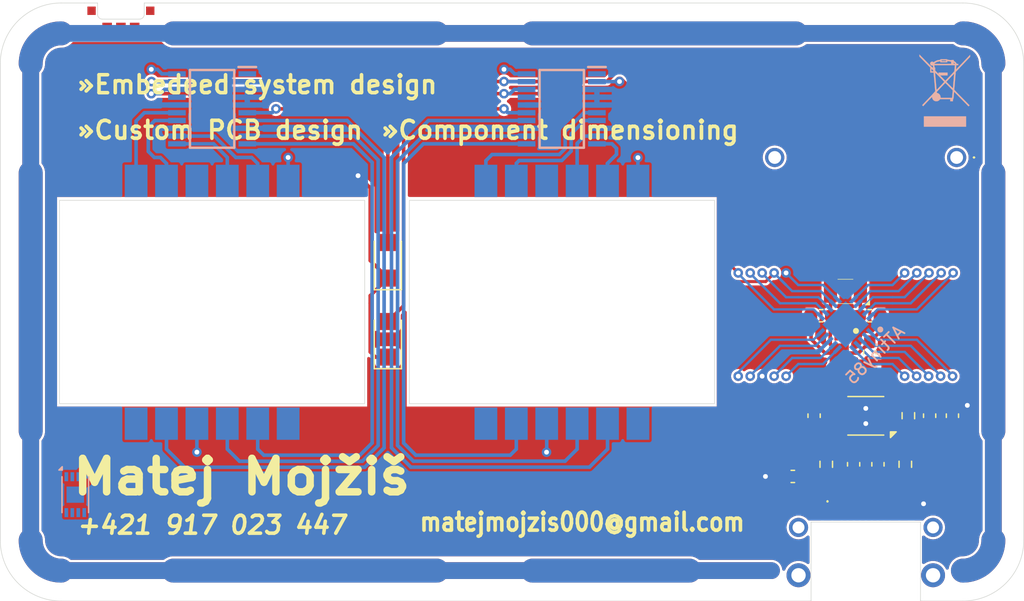
<source format=kicad_pcb>
(kicad_pcb (version 20240108) (generator "pcbnew") (generator_version "8.0")
  (layers (0 "F.Cu" signal) (31 "B.Cu" signal) (34 "B.Paste" user) (35 "F.Paste" user) (36 "B.SilkS" user "B.Silkscreen") (37 "F.SilkS" user "F.Silkscreen") (38 "B.Mask" user) (39 "F.Mask" user) (44 "Edge.Cuts" user))
  (net 0 "")
  (net 7 "unconnected-(IC1-(PCINT5{slash}~{RESET}{slash}ADC0{slash}DW)_PB5-Pad1)")
  (net 8 "unconnected-(IC1-PB1_(MISO{slash}DO{slash}AIN1{slash}OC0B{slash}OC1A{slash}PCINT1)-Pad12)")
  (net 9 "unconnected-(IC1-DNC_3-Pad7)")
  (net 10 "unconnected-(IC1-(PCINT4{slash}XTAL2{slash}CLKO{slash}OC1B{slash}ADC2)_PB4-Pad5)")
  (net 11 "unconnected-(IC1-DNC_2-Pad6)")
  (net 12 "+3.3V")
  (net 13 "unconnected-(IC1-DNC_8-Pad17)")
  (net 14 "unconnected-(IC1-DNC_9-Pad18)")
  (net 15 "unconnected-(IC1-DNC_7-Pad16)")
  (net 16 "unconnected-(IC1-(PCINT3{slash}XTAL1{slash}CLKI{slash}~{OC1B}{slash}ADC3)_PB3-Pad2)")
  (net 17 "SDA")
  (net 18 "unconnected-(IC1-DNC_5-Pad10)")
  (net 19 "unconnected-(IC1-DNC_6-Pad13)")
  (net 20 "unconnected-(IC1-DNC_4-Pad9)")
  (net 21 "unconnected-(IC1-DNC-Pad3)")
  (net 22 "unconnected-(IC1-DNC_10-Pad19)")
  (net 23 "unconnected-(IC1-DNC_1-Pad4)")
  (net 24 "unconnected-(IC1-DNC_11-Pad20)")
  (net 26 "GND")
  (net 27 "SCL")
  (net 28 "+5V")
  (net 29 "D-")
  (net 34 "D+")
  (net 37 "Net-(U2-3V3OUT)")
  (net 44 "i1")
  (net 45 "i2")
  (net 46 "a1")
  (net 47 "c1")
  (net 48 "g1")
  (net 49 "Net-(IC2-REXT)")
  (net 50 "f1")
  (net 51 "b1")
  (net 52 "d1")
  (net 53 "e1")
  (net 55 "Net-(IC3-REXT)")
  (net 56 "f2")
  (net 57 "b2")
  (net 58 "a2")
  (net 59 "d2")
  (net 60 "g2")
  (net 62 "c2")
  (net 63 "e2")
  (net 64 "Net-(U1-AC1)")
  (net 66 "Net-(U1-AC0)")
  (net 71 "Net-(IC4-X1)")
  (net 72 "Net-(IC4-X2)")
  (footprint "Capacitor_SMD:C_0603_1608Metric_Pad1.08x0.95mm_HandSolder" (layer "F.Cu") (at 177.419 108.966 90)
    (property "Reference" "C4" (hide yes))
    (property "Value" "10n")
  )
  (footprint "KCDA56-136-B-26:KCDA56-136-B-26" (layer "F.Cu") (at 144.7942 99.46)
    (property "Reference" "L2" (hide yes))
    (property "Value" "~" (hide yes))
    (fp_rect (start -12.75 -8.5) (end 12.75 8.5) (stroke (width 0.05)) (fill none) (layer "Edge.Cuts"))
  )
  (footprint "Resistor_SMD:R_0603_1608Metric_Pad0.98x0.95mm_HandSolder" (layer "F.Cu") (at 173.736 108.966 90)
    (property "Reference" "FB1" (hide yes))
    (property "Value" "FerriteBead")
  )
  (footprint "Panasonic_switch:EVPAE_switch" (layer "F.Cu") (at 107.95 74.46 180)
    (property "Reference" "SW1" (hide yes))
    (property "Value" "SW_Push")
    (fp_line (start 3.048 0) (end 1.95 0) (stroke (width 0.05)) (layer "Edge.Cuts"))
    (fp_line (start 1.95 0) (end 1.95 -0.95) (stroke (width 0.05)) (layer "Edge.Cuts"))
    (fp_line (start -1.55 -1.35) (end 1.55 -1.35) (stroke (width 0.05)) (layer "Edge.Cuts"))
    (fp_line (start -1.95 0) (end -1.95 -0.95) (stroke (width 0.05)) (layer "Edge.Cuts"))
    (fp_line (start -3.048 0) (end -1.95 0) (stroke (width 0.05)) (layer "Edge.Cuts"))
    (fp_arc (start 1.55 -1.35) (mid 1.832843 -1.232843) (end 1.95 -0.95) (stroke (width 0.05)) (layer "Edge.Cuts"))
    (fp_arc (start -1.95 -0.95) (mid -1.832843 -1.232843) (end -1.55 -1.35) (stroke (width 0.05)) (layer "Edge.Cuts"))
  )
  (footprint "Capacitor_SMD:C_0603_1608Metric_Pad1.08x0.95mm_HandSolder" (layer "F.Cu") (at 166.44675 100.60775)
    (property "Reference" "C9" (hide yes))
    (property "Value" "10p")
  )
  (footprint "Capacitor_SMD:C_0603_1608Metric_Pad1.08x0.95mm_HandSolder" (layer "F.Cu") (at 169.164 113.03 90)
    (property "Reference" "C3" (hide yes))
    (property "Value" "47p")
  )
  (footprint "BR1632AHAN:BR1632AHAN" (layer "F.Cu") (at 162.5705 87.376)
    (property "Reference" "BT1" (hide yes))
    (property "Value" "BR1632A_HAN" (hide yes))
  )
  (footprint "SON50P300X200X80-9N-D:SON50P300X200X80-9N-D" (layer "F.Cu") (at 167.95875 103.72975 -90)
    (property "Reference" "IC4" (hide yes))
    (property "Value" "MCP7940MT-I_MNY" (hide yes))
  )
  (footprint "Capacitor_SMD:C_0603_1608Metric_Pad1.08x0.95mm_HandSolder" (layer "F.Cu") (at 164.084 114.046 180)
    (property "Reference" "C1" (hide yes))
    (property "Value" "10n" (hide yes))
  )
  (footprint "LED_SMD:LED_1206_3216Metric_Pad1.42x1.75mm_HandSolder" (layer "F.Cu") (at 130.2512 102.5795 90)
    (property "Reference" "D2" (hide yes))
    (property "Value" "LED")
  )
  (footprint "Resistor_SMD:R_0603_1608Metric_Pad0.98x0.95mm_HandSolder" (layer "F.Cu") (at 173.482 113.03 90)
    (property "Reference" "R1" (hide yes))
    (property "Value" "27R")
  )
  (footprint "KCDA56-136-B-26:KCDA56-136-B-26" (layer "F.Cu") (at 115.57 99.4604)
    (property "Reference" "L1" (hide yes))
    (property "Value" "~" (hide yes))
    (fp_rect (start -12.75 -8.5) (end 12.75 8.5) (stroke (width 0.05)) (fill none) (layer "Edge.Cuts"))
  )
  (footprint "Capacitor_SMD:C_0603_1608Metric_Pad1.08x0.95mm_HandSolder" (layer "F.Cu") (at 170.51075 103.65575 90)
    (property "Reference" "C7" (hide yes))
    (property "Value" "100n")
  )
  (footprint "Package_DFN_QFN:DFN-10-1EP_3x3mm_P0.5mm_EP1.55x2.48mm" (layer "F.Cu") (at 170.18 108.9775 180)
    (property "Reference" "U2" (hide yes))
    (property "Value" "FT200XD")
  )
  (footprint "Capacitor_SMD:C_0603_1608Metric_Pad1.08x0.95mm_HandSolder" (layer "F.Cu") (at 171.196 113.03 90)
    (property "Reference" "C2" (hide yes))
    (property "Value" "47p")
  )
  (footprint "LED_SMD:LED_1206_3216Metric_Pad1.42x1.75mm_HandSolder" (layer "F.Cu") (at 130.2512 95.9755 90)
    (property "Reference" "D1" (hide yes))
    (property "Value" "LED")
  )
  (footprint "Capacitor_SMD:C_0603_1608Metric_Pad1.08x0.95mm_HandSolder" (layer "F.Cu") (at 170.51075 100.60775 180)
    (property "Reference" "C8" (hide yes))
    (property "Value" "8p")
  )
  (footprint "Capacitor_SMD:C_0603_1608Metric_Pad1.08x0.95mm_HandSolder" (layer "F.Cu") (at 165.862 108.966 -90)
    (property "Reference" "C6" (hide yes))
    (property "Value" "100n")
  )
  (footprint "QT3CD:QT3CD" (layer "F.Cu") (at 168.47875 98.57575 180)
    (property "Reference" "Y1" (hide yes))
    (property "Value" "Crystal")
  )
  (footprint "USB4520-03-1-A:USB4520031A" (layer "F.Cu") (at 170.18 121.158)
    (property "Reference" "J1" (hide yes))
    (property "Value" "USB4520-03-1-A" (hide yes))
    (fp_line (start -4.572 -3.302) (end -4.572 3.2512) (stroke (width 0.05)) (layer "Edge.Cuts"))
    (fp_line (start 4.572 -3.302) (end -4.572 -3.302) (stroke (width 0.05)) (layer "Edge.Cuts"))
    (fp_line (start 4.572 3.2512) (end 4.572 -3.302) (stroke (width 0.05)) (layer "Edge.Cuts"))
  )
  (footprint "Resistor_SMD:R_0603_1608Metric_Pad0.98x0.95mm_HandSolder" (layer "F.Cu") (at 166.878 113.03 90)
    (property "Reference" "R2" (hide yes))
    (property "Value" "27R")
  )
  (footprint "Capacitor_SMD:C_0603_1608Metric_Pad1.08x0.95mm_HandSolder" (layer "F.Cu") (at 175.514 108.966 90)
    (property "Reference" "C5" (hide yes))
    (property "Value" "4u7")
  )
  (footprint "Symbol:WEEE-Logo_4.2x6mm_SilkScreen" (layer "B.Cu") (at 176.784 81.788 180)
    (property "Reference" "REF**" (hide yes))
    (property "Value" "WEEE-Logo_4.2x6mm_SilkScreen" (hide yes))
  )
  (footprint "QFN50P400X400X80-21N-D:QFN50P400X400X80-21N-D" (layer "B.Cu") (at 168.494003 101.3372 135)
    (property "Reference" "IC1" (hide yes))
    (property "Value" "ATTINY85-20MU" (hide yes))
  )
  (footprint "Package_DFN_QFN:DFN-8-1EP_3x2mm_P0.5mm_EP1.36x1.46mm" (layer "B.Cu") (at 104.14 115.57 -90)
    (property "Reference" "U1" (hide yes))
    (property "Value" "ST25DV64K-IER8C3")
  )
  (footprint "SOP65P640X120-20N:SOP65P640X120-20N" (layer "B.Cu") (at 115.57 83.312 180)
    (property "Reference" "IC2" (hide yes))
    (property "Value" "TLC59108IPWR" (hide yes))
  )
  (footprint "SOP65P640X120-20N:SOP65P640X120-20N" (layer "B.Cu") (at 144.78 83.312 180)
    (property "Reference" "IC3" (hide yes))
    (property "Value" "TLC59108IPWR" (hide yes))
  )
  (gr_line (start 180.835 79.54) (end 180.835 119.38) (stroke (width 1.4)) (layer "F.Cu"))
  (gr_arc (start 180.835 119.38) (mid 180.091051 121.176051) (end 178.295 121.92) (stroke (width 2)) (layer "F.Cu"))
  (gr_line (start 180.835 110.255) (end 180.835 88.665) (stroke (width 2) (type dash)) (layer "F.Cu"))
  (gr_line (start 102.955 121.92) (end 162.306 121.92) (stroke (width 1.4)) (layer "F.Cu"))
  (gr_line (start 100.415 110.255) (end 100.415 88.665) (stroke (width 2) (type dash)) (layer "F.Cu"))
  (gr_line (start 100.415 79.54) (end 100.415 119.38) (stroke (width 1.4)) (layer "F.Cu"))
  (gr_line (start 112.34 121.92) (end 155.448 121.92) (stroke (width 2) (type dash)) (layer "F.Cu"))
  (gr_line (start 178.295 77) (end 112.34 77) (stroke (width 1.4)) (layer "F.Cu"))
  (gr_arc (start 102.955 121.92) (mid 101.158949 121.176051) (end 100.415 119.38) (stroke (width 2)) (layer "F.Cu"))
  (gr_arc (start 178.295 77) (mid 180.091051 77.743949) (end 180.835 79.54) (stroke (width 2)) (layer "F.Cu"))
  (gr_line (start 112.34 77) (end 164.41 77) (stroke (width 2) (type dash)) (layer "F.Cu"))
  (gr_arc (start 100.415 79.54) (mid 101.158949 77.743949) (end 102.955 77) (stroke (width 2)) (layer "F.Cu"))
  (gr_line (start 112.34 121.92) (end 155.448 121.92) (stroke (width 2) (type dash)) (layer "B.Cu"))
  (gr_arc (start 100.415 79.54) (mid 101.158949 77.743949) (end 102.955 77) (stroke (width 2)) (layer "B.Cu"))
  (gr_line (start 180.835 110.255) (end 180.835 88.665) (stroke (width 2) (type dash)) (layer "B.Cu"))
  (gr_line (start 100.415 110.255) (end 100.415 88.665) (stroke (width 2) (type dash)) (layer "B.Cu"))
  (gr_arc (start 180.835 119.38) (mid 180.091051 121.176051) (end 178.295 121.92) (stroke (width 2)) (layer "B.Cu"))
  (gr_arc (start 102.955 121.92) (mid 101.158949 121.176051) (end 100.415 119.38) (stroke (width 2)) (layer "B.Cu"))
  (gr_line (start 112.34 77) (end 164.41 77) (stroke (width 2) (type dash)) (layer "B.Cu"))
  (gr_line (start 102.87 121.92) (end 162.306 121.92) (stroke (width 1.4)) (layer "B.Cu"))
  (gr_line (start 100.415 79.54) (end 100.415 119.38) (stroke (width 1.4)) (layer "B.Cu"))
  (gr_line (start 178.295 77) (end 102.955 77) (stroke (width 1.4)) (layer "B.Cu"))
  (gr_line (start 180.835 79.54) (end 180.835 119.38) (stroke (width 1.4)) (layer "B.Cu"))
  (gr_arc (start 178.295 77) (mid 180.091051 77.743949) (end 180.835 79.54) (stroke (width 2)) (layer "B.Cu"))
  (gr_line (start 102.955 74.46) (end 104.902 74.46) (stroke (width 0.05)) (layer "Edge.Cuts"))
  (gr_line (start 102.955 124.46) (end 165.481 124.46) (stroke (width 0.05)) (layer "Edge.Cuts"))
  (gr_line (start 183.375 79.54) (end 183.375 94.888) (stroke (width 0.05)) (layer "Edge.Cuts"))
  (gr_line (start 178.295 124.46) (end 174.879 124.46) (stroke (width 0.05)) (layer "Edge.Cuts"))
  (gr_arc (start 97.875 79.54) (mid 99.362898 75.947898) (end 102.955 74.46) (stroke (width 0.05)) (layer "Edge.Cuts"))
  (gr_arc (start 178.295 74.46) (mid 181.887102 75.947898) (end 183.375 79.54) (stroke (width 0.05)) (layer "Edge.Cuts"))
  (gr_line (start 174.752 124.46) (end 174.752 124.4092) (stroke (width 0.05)) (layer "Edge.Cuts"))
  (gr_line (start 165.608 124.46) (end 165.608 124.4092) (stroke (width 0.05)) (layer "Edge.Cuts"))
  (gr_line (start 165.481 124.46) (end 165.608 124.46) (stroke (width 0.05)) (layer "Edge.Cuts"))
  (gr_arc (start 183.375 119.38) (mid 181.887102 122.972102) (end 178.295 124.46) (stroke (width 0.05)) (layer "Edge.Cuts"))
  (gr_line (start 110.998 74.46) (end 178.295 74.46) (stroke (width 0.05)) (layer "Edge.Cuts"))
  (gr_line (start 183.375 94.888) (end 183.375 119.38) (stroke (width 0.05)) (layer "Edge.Cuts"))
  (gr_arc (start 102.955 124.46) (mid 99.362898 122.972102) (end 97.875 119.38) (stroke (width 0.05)) (layer "Edge.Cuts"))
  (gr_line (start 97.875 79.54) (end 97.875 119.38) (stroke (width 0.05)) (layer "Edge.Cuts"))
  (gr_line (start 174.879 124.46) (end 174.752 124.46) (stroke (width 0.05)) (layer "Edge.Cuts"))
  (gr_text "ATtiny85" (at 170.951618 103.878797 45) (layer "B.SilkS") (effects (font (size 1 1)) (justify mirror)))
  (gr_text "»Embedeed system design" (at 104.14 81.28 0) (layer "F.SilkS") (effects (font (size 1.5 1.5) (thickness 0.3) (bold yes)) (justify left)))
  (gr_text "»Component dimensioning" (at 129.54 85.09 0) (layer "F.SilkS") (effects (font (size 1.5 1.5) (thickness 0.3) (bold yes)) (justify left)))
  (gr_text "»Custom PCB design " (at 104.14 85.09 0) (layer "F.SilkS") (effects (font (size 1.5 1.5) (thickness 0.3) (bold yes)) (justify left)))
  (gr_text "+421 917 023 447" (at 104.14 118.11 0) (layer "F.SilkS") (effects (font (size 1.5 1.5) (thickness 0.3) (bold yes) (italic yes)) (justify left)))
  (gr_text "matejmojzis000@gmail.com" (at 132.76525 117.856 0) (layer "F.SilkS") (effects (font (size 1.5 1.3) (thickness 0.3) (bold yes)) (justify left)))
  (gr_text "Matej Mojžiš" (at 103.632 114.07 0) (layer "F.SilkS") (effects (font (size 2.8 3) (thickness 0.625) (bold yes)) (justify left)))
  (via (at 177.428015 105.664) (size 0.8) (drill 0.4) (layers "F.Cu" "B.Cu") (net 7))
  (segment (start 172.412003 102.616) (end 174.444003 102.616) (width 0.2) (layer "B.Cu") (net 7))
  (segment (start 175.460003 103.632) (end 177.428015 105.600012) (width 0.2) (layer "B.Cu") (net 7))
  (segment (start 170.56229 101.991274) (end 170.568077 101.991274) (width 0.2) (layer "B.Cu") (net 7))
  (segment (start 171.040403 102.4636) (end 171.192803 102.616) (width 0.2) (layer "B.Cu") (net 7))
  (segment (start 174.444003 102.616) (end 175.460003 103.632) (width 0.2) (layer "B.Cu") (net 7))
  (segment (start 170.568077 101.991274) (end 171.040403 102.4636) (width 0.2) (layer "B.Cu") (net 7))
  (segment (start 177.428015 105.600012) (end 177.428015 105.664) (width 0.2) (layer "B.Cu") (net 7))
  (segment (start 171.192803 102.616) (end 172.412003 102.616) (width 0.2) (layer "B.Cu") (net 7))
  (via (at 160.521994 97.028) (size 0.8) (drill 0.4) (layers "F.Cu" "B.Cu") (net 8))
  (segment (start 164.538003 99.568) (end 163.014003 99.568) (width 0.2) (layer "B.Cu") (net 8))
  (segment (start 166.779269 100.329573) (end 166.017696 99.568) (width 0.2) (layer "B.Cu") (net 8))
  (segment (start 160.521994 97.075991) (end 160.521994 97.028) (width 0.2) (layer "B.Cu") (net 8))
  (segment (start 161.998003 98.552) (end 160.521994 97.075991) (width 0.2) (layer "B.Cu") (net 8))
  (segment (start 163.014003 99.568) (end 161.998003 98.552) (width 0.2) (layer "B.Cu") (net 8))
  (segment (start 166.017696 99.568) (end 164.538003 99.568) (width 0.2) (layer "B.Cu") (net 8))
  (via (at 162.522 105.664) (size 0.8) (drill 0.4) (layers "F.Cu" "B.Cu") (net 9))
  (segment (start 164.538003 104.14) (end 164.030003 104.14) (width 0.2) (layer "B.Cu") (net 9))
  (segment (start 164.030003 104.14) (end 163.014003 105.156) (width 0.2) (layer "B.Cu") (net 9))
  (segment (start 167.486376 103.051934) (end 166.39831 104.14) (width 0.2) (layer "B.Cu") (net 9))
  (segment (start 166.39831 104.14) (end 164.538003 104.14) (width 0.2) (layer "B.Cu") (net 9))
  (segment (start 162.522 105.648003) (end 162.522 105.664) (width 0.2) (layer "B.Cu") (net 9))
  (segment (start 163.014003 105.156) (end 162.522 105.648003) (width 0.2) (layer "B.Cu") (net 9))
  (via (at 173.428003 105.664) (size 0.8) (drill 0.4) (layers "F.Cu" "B.Cu") (net 10))
  (segment (start 169.148077 103.405487) (end 169.618003 103.875413) (width 0.2) (layer "B.Cu") (net 10))
  (segment (start 169.618003 103.875413) (end 170.39059 104.648) (width 0.2) (layer "B.Cu") (net 10))
  (segment (start 172.412003 104.648) (end 173.428003 105.664) (width 0.2) (layer "B.Cu") (net 10))
  (segment (start 170.39059 104.648) (end 172.412003 104.648) (width 0.2) (layer "B.Cu") (net 10))
  (via (at 163.522003 105.664) (size 0.8) (drill 0.4) (layers "F.Cu" "B.Cu") (net 11))
  (segment (start 167.839929 103.405487) (end 166.597416 104.648) (width 0.2) (layer "B.Cu") (net 11))
  (segment (start 164.538003 104.648) (end 163.522003 105.664) (width 0.2) (layer "B.Cu") (net 11))
  (segment (start 165.046003 104.648) (end 164.538003 104.648) (width 0.2) (layer "B.Cu") (net 11))
  (segment (start 166.597416 104.648) (end 165.046003 104.648) (width 0.2) (layer "B.Cu") (net 11))
  (segment (start 170.15625 104.51825) (end 170.51075 104.51825) (width 0.3) (layer "F.Cu") (net 12))
  (segment (start 169.49475 105.17975) (end 170.15625 104.51825) (width 0.3) (layer "F.Cu") (net 12))
  (segment (start 169.49475 105.17975) (end 168.70875 105.17975) (width 0.3) (layer "F.Cu") (net 12))
  (via (at 151.1442 87.3902) (size 0.8) (drill 0.4) (layers "F.Cu" "B.Cu") (net 12))
  (via (at 149.606 81.026) (size 0.8) (drill 0.4) (layers "F.Cu" "B.Cu") (net 12))
  (via (at 121.92 87.376) (size 0.8) (drill 0.4) (layers "F.Cu" "B.Cu") (net 12))
  (via (at 110.49 80.01) (size 0.8) (drill 0.4) (layers "F.Cu" "B.Cu") (net 12))
  (via (at 143.51 112.018) (size 0.8) (drill 0.4) (layers "F.Cu" "B.Cu") (net 12))
  (via (at 114.3 112.014) (size 0.8) (drill 0.4) (layers "F.Cu" "B.Cu") (net 12))
  (via (at 139.954 80.01) (size 0.8) (drill 0.4) (layers "F.Cu" "B.Cu") (net 12))
  (via (at 163.522003 97.028) (size 0.8) (drill 0.4) (layers "F.Cu" "B.Cu") (net 12))
  (segment (start 112.632 80.387) (end 111.375 80.387) (width 0.3) (layer "B.Cu") (net 12))
  (segment (start 143.5242 111.9998) (end 143.51 112.014) (width 0.3) (layer "B.Cu") (net 12))
  (segment (start 149.606 81.026) (end 149.595 81.037) (width 0.3) (layer "B.Cu") (net 12))
  (segment (start 111.375 80.387) (end 111.252 80.264) (width 0.3) (layer "B.Cu") (net 12))
  (segment (start 167.839929 99.268913) (end 166.615016 98.044) (width 0.2) (layer "B.Cu") (net 12))
  (segment (start 140.839 80.387) (end 140.462 80.01) (width 0.3) (layer "B.Cu") (net 12))
  (segment (start 121.92 89.4844) (end 121.92 87.376) (width 0.3) (layer "B.Cu") (net 12))
  (segment (start 140.462 80.01) (end 139.954 80.01) (width 0.3) (layer "B.Cu") (net 12))
  (segment (start 143.51 112.014) (end 143.51 112.018) (width 0.3) (layer "B.Cu") (net 12))
  (segment (start 110.998 80.01) (end 110.49 80.01) (width 0.3) (layer "B.Cu") (net 12))
  (segment (start 151.13 87.376) (end 151.1442 87.3902) (width 0.3) (layer "B.Cu") (net 12))
  (segment (start 166.615016 98.044) (end 164.538003 98.044) (width 0.2) (layer "B.Cu") (net 12))
  (segment (start 164.538003 98.044) (end 163.522003 97.028) (width 0.2) (layer "B.Cu") (net 12))
  (segment (start 149.595 81.037) (end 147.718 81.037) (width 0.3) (layer "B.Cu") (net 12))
  (segment (start 111.252 80.264) (end 110.998 80.01) (width 0.3) (layer "B.Cu") (net 12))
  (segment (start 114.3 109.4844) (end 114.3 112.014) (width 0.3) (layer "B.Cu") (net 12))
  (segment (start 151.1442 89.484) (end 151.1442 87.3902) (width 0.3) (layer "B.Cu") (net 12))
  (segment (start 141.842 80.387) (end 140.839 80.387) (width 0.3) (layer "B.Cu") (net 12))
  (segment (start 143.5242 109.484) (end 143.5242 111.9998) (width 0.3) (layer "B.Cu") (net 12))
  (via (at 174.444003 97.028) (size 0.8) (drill 0.4) (layers "F.Cu" "B.Cu") (net 13))
  (segment (start 172.412003 98.552) (end 172.920003 98.552) (width 0.2) (layer "B.Cu") (net 13))
  (segment (start 169.50163 99.622466) (end 169.962496 99.1616) (width 0.2) (layer "B.Cu") (net 13))
  (segment (start 169.962496 99.1616) (end 170.572096 98.552) (width 0.2) (layer "B.Cu") (net 13))
  (segment (start 172.920003 98.552) (end 173.936003 97.536) (width 0.2) (layer "B.Cu") (net 13))
  (segment (start 173.936003 97.536) (end 174.444003 97.028) (width 0.2) (layer "B.Cu") (net 13))
  (segment (start 170.572096 98.552) (end 172.412003 98.552) (width 0.2) (layer "B.Cu") (net 13))
  (via (at 175.460003 97.028) (size 0.8) (drill 0.4) (layers "F.Cu" "B.Cu") (net 14))
  (segment (start 172.412003 99.06) (end 173.428003 99.06) (width 0.2) (layer "B.Cu") (net 14))
  (segment (start 169.855184 99.976019) (end 170.314003 99.5172) (width 0.2) (layer "B.Cu") (net 14))
  (segment (start 170.771203 99.06) (end 172.412003 99.06) (width 0.2) (layer "B.Cu") (net 14))
  (segment (start 174.444003 98.044) (end 175.460003 97.028) (width 0.2) (layer "B.Cu") (net 14))
  (segment (start 170.314003 99.5172) (end 170.771203 99.06) (width 0.2) (layer "B.Cu") (net 14))
  (segment (start 173.428003 99.06) (end 174.444003 98.044) (width 0.2) (layer "B.Cu") (net 14))
  (via (at 173.428003 97.028) (size 0.8) (drill 0.4) (layers "F.Cu" "B.Cu") (net 15))
  (segment (start 169.61099 98.806) (end 169.618003 98.806) (width 0.2) (layer "B.Cu") (net 15))
  (segment (start 172.412003 98.044) (end 173.428003 97.028) (width 0.2) (layer "B.Cu") (net 15))
  (segment (start 170.380003 98.044) (end 172.412003 98.044) (width 0.2) (layer "B.Cu") (net 15))
  (segment (start 169.148077 99.268913) (end 169.61099 98.806) (width 0.2) (layer "B.Cu") (net 15))
  (segment (start 169.618003 98.806) (end 170.380003 98.044) (width 0.2) (layer "B.Cu") (net 15))
  (via (at 176.428012 105.664) (size 0.8) (drill 0.4) (layers "F.Cu" "B.Cu") (net 16))
  (segment (start 176.428012 105.616009) (end 176.428012 105.664) (width 0.2) (layer "B.Cu") (net 16))
  (segment (start 170.208737 102.344827) (end 170.21043 102.344827) (width 0.2) (layer "B.Cu") (net 16))
  (segment (start 170.684803 102.8192) (end 170.989603 103.124) (width 0.2) (layer "B.Cu") (net 16))
  (segment (start 173.936003 103.124) (end 174.952003 104.14) (width 0.2) (layer "B.Cu") (net 16))
  (segment (start 174.952003 104.14) (end 176.428012 105.616009) (width 0.2) (layer "B.Cu") (net 16))
  (segment (start 172.412003 103.124) (end 173.936003 103.124) (width 0.2) (layer "B.Cu") (net 16))
  (segment (start 170.989603 103.124) (end 172.412003 103.124) (width 0.2) (layer "B.Cu") (net 16))
  (segment (start 170.21043 102.344827) (end 170.684803 102.8192) (width 0.2) (layer "B.Cu") (net 16))
  (segment (start 156.718 81.026) (end 159.004 83.312) (width 0.3) (layer "F.Cu") (net 17))
  (segment (start 148.856 80.715339) (end 149.20267 80.36867) (width 0.3) (layer "F.Cu") (net 17))
  (segment (start 149.295339 80.276) (end 149.916661 80.276) (width 0.3) (layer "F.Cu") (net 17))
  (segment (start 150.666661 81.026) (end 156.718 81.026) (width 0.3) (layer "F.Cu") (net 17))
  (segment (start 149.20267 80.36867) (end 149.295339 80.276) (width 0.3) (layer "F.Cu") (net 17))
  (segment (start 159.004 96.510009) (end 159.004 86.36) (width 0.25) (layer "F.Cu") (net 17))
  (segment (start 167.20875 105.17975) (end 167.20875 108.53475) (width 0.3) (layer "F.Cu") (net 17))
  (segment (start 159.004 83.312) (end 159.004 86.36) (width 0.3) (layer "F.Cu") (net 17))
  (segment (start 139.954 81.026) (end 148.545339 81.026) (width 0.3) (layer "F.Cu") (net 17))
  (segment (start 148.545339 81.026) (end 148.856 80.715339) (width 0.3) (layer "F.Cu") (net 17))
  (segment (start 159.521991 97.028) (end 159.004 96.510009) (width 0.25) (layer "F.Cu") (net 17))
  (segment (start 110.505997 81.026) (end 139.954 81.026) (width 0.3) (layer "F.Cu") (net 17))
  (segment (start 149.916661 80.276) (end 150.666661 81.026) (width 0.3) (layer "F.Cu") (net 17))
  (segment (start 167.20875 108.53475) (end 167.6515 108.9775) (width 0.3) (layer "F.Cu") (net 17))
  (segment (start 167.6515 108.9775) (end 168.63 108.9775) (width 0.3) (layer "F.Cu") (net 17))
  (via (at 110.505997 81.026) (size 0.8) (drill 0.4) (layers "F.Cu" "B.Cu") (net 17))
  (via (at 139.954 81.026) (size 0.8) (drill 0.4) (layers "F.Cu" "B.Cu") (net 17))
  (via (at 159.521991 97.028) (size 0.8) (drill 0.4) (layers "F.Cu" "B.Cu") (net 17))
  (segment (start 141.842 81.037) (end 139.965 81.037) (width 0.3) (layer "B.Cu") (net 17))
  (segment (start 166.425716 100.683126) (end 165.81859 100.076) (width 0.2) (layer "B.Cu") (net 17))
  (segment (start 110.516997 81.037) (end 112.632 81.037) (width 0.3) (layer "B.Cu") (net 17))
  (segment (start 139.965 81.037) (end 139.954 81.026) (width 0.3) (layer "B.Cu") (net 17))
  (segment (start 110.505997 81.026) (end 110.516997 81.037) (width 0.3) (layer "B.Cu") (net 17))
  (segment (start 161.490003 99.06) (end 159.521991 97.091988) (width 0.2) (layer "B.Cu") (net 17))
  (segment (start 165.81859 100.076) (end 164.538003 100.076) (width 0.2) (layer "B.Cu") (net 17))
  (segment (start 159.521991 97.091988) (end 159.521991 97.028) (width 0.2) (layer "B.Cu") (net 17))
  (segment (start 162.506003 100.076) (end 161.490003 99.06) (width 0.2) (layer "B.Cu") (net 17))
  (segment (start 164.538003 100.076) (end 162.506003 100.076) (width 0.2) (layer "B.Cu") (net 17))
  (via (at 159.521991 105.664) (size 0.8) (drill 0.4) (layers "F.Cu" "B.Cu") (net 18))
  (segment (start 161.490003 103.378) (end 159.521991 105.346012) (width 0.2) (layer "B.Cu") (net 18))
  (segment (start 165.808003 102.616) (end 164.538003 102.616) (width 0.2) (layer "B.Cu") (net 18))
  (segment (start 166.425716 101.991274) (end 166.425716 101.998287) (width 0.2) (layer "B.Cu") (net 18))
  (segment (start 166.425716 101.998287) (end 165.808003 102.616) (width 0.2) (layer "B.Cu") (net 18))
  (segment (start 159.521991 105.346012) (end 159.521991 105.664) (width 0.2) (layer "B.Cu") (net 18))
  (segment (start 164.538003 102.616) (end 162.252003 102.616) (width 0.2) (layer "B.Cu") (net 18))
  (segment (start 162.252003 102.616) (end 161.490003 103.378) (width 0.2) (layer "B.Cu") (net 18))
  (via (at 161.521997 97.028) (size 0.8) (drill 0.4) (layers "F.Cu" "B.Cu") (net 19))
  (segment (start 162.506003 98.044) (end 161.521997 97.059994) (width 0.2) (layer "B.Cu") (net 19))
  (segment (start 164.538003 99.06) (end 163.522003 99.06) (width 0.2) (layer "B.Cu") (net 19))
  (segment (start 167.132822 99.976019) (end 166.216803 99.06) (width 0.2) (layer "B.Cu") (net 19))
  (segment (start 166.216803 99.06) (end 164.538003 99.06) (width 0.2) (layer "B.Cu") (net 19))
  (segment (start 161.521997 97.059994) (end 161.521997 97.028) (width 0.2) (layer "B.Cu") (net 19))
  (segment (start 163.522003 99.06) (end 162.506003 98.044) (width 0.2) (layer "B.Cu") (net 19))
  (via (at 160.521994 105.664) (size 0.8) (drill 0.4) (layers "F.Cu" "B.Cu") (net 20))
  (segment (start 163.014003 103.124) (end 161.998003 104.14) (width 0.2) (layer "B.Cu") (net 20))
  (segment (start 160.521994 105.616009) (end 160.521994 105.664) (width 0.2) (layer "B.Cu") (net 20))
  (segment (start 166.000096 103.124) (end 164.538003 103.124) (width 0.2) (layer "B.Cu") (net 20))
  (segment (start 166.779269 102.344827) (end 166.000096 103.124) (width 0.2) (layer "B.Cu") (net 20))
  (segment (start 161.998003 104.14) (end 160.521994 105.616009) (width 0.2) (layer "B.Cu") (net 20))
  (segment (start 164.538003 103.124) (end 163.014003 103.124) (width 0.2) (layer "B.Cu") (net 20))
  (via (at 175.428009 105.664) (size 0.8) (drill 0.4) (layers "F.Cu" "B.Cu") (net 21))
  (segment (start 175.428009 105.632006) (end 175.428009 105.664) (width 0.2) (layer "B.Cu") (net 21))
  (segment (start 170.786403 103.632) (end 172.412003 103.632) (width 0.2) (layer "B.Cu") (net 21))
  (segment (start 172.412003 103.632) (end 173.428003 103.632) (width 0.2) (layer "B.Cu") (net 21))
  (segment (start 173.428003 103.632) (end 174.444003 104.648) (width 0.2) (layer "B.Cu") (net 21))
  (segment (start 170.329203 103.1748) (end 170.786403 103.632) (width 0.2) (layer "B.Cu") (net 21))
  (segment (start 169.855184 102.700781) (end 170.329203 103.1748) (width 0.2) (layer "B.Cu") (net 21))
  (segment (start 174.444003 104.648) (end 175.428009 105.632006) (width 0.2) (layer "B.Cu") (net 21))
  (via (at 176.476003 97.028) (size 0.8) (drill 0.4) (layers "F.Cu" "B.Cu") (net 22))
  (segment (start 174.444003 99.06) (end 174.952003 98.552) (width 0.2) (layer "B.Cu") (net 22))
  (segment (start 173.936003 99.568) (end 174.444003 99.06) (width 0.2) (layer "B.Cu") (net 22))
  (segment (start 172.412003 99.568) (end 173.936003 99.568) (width 0.2) (layer "B.Cu") (net 22))
  (segment (start 170.66551 99.8728) (end 170.97031 99.568) (width 0.2) (layer "B.Cu") (net 22))
  (segment (start 174.444003 99.06) (end 174.571003 98.933) (width 0.2) (layer "B.Cu") (net 22))
  (segment (start 170.208737 100.329573) (end 170.66551 99.8728) (width 0.2) (layer "B.Cu") (net 22))
  (segment (start 170.97031 99.568) (end 172.412003 99.568) (width 0.2) (layer "B.Cu") (net 22))
  (segment (start 174.952003 98.552) (end 176.476003 97.028) (width 0.2) (layer "B.Cu") (net 22))
  (via (at 174.428006 105.664) (size 0.8) (drill 0.4) (layers "F.Cu" "B.Cu") (net 23))
  (segment (start 169.50163 103.058427) (end 169.973603 103.5304) (width 0.2) (layer "B.Cu") (net 23))
  (segment (start 173.682003 104.902) (end 173.936003 105.156) (width 0.2) (layer "B.Cu") (net 23))
  (segment (start 172.412003 104.14) (end 172.920003 104.14) (width 0.2) (layer "B.Cu") (net 23))
  (segment (start 169.973603 103.5304) (end 170.583203 104.14) (width 0.2) (layer "B.Cu") (net 23))
  (segment (start 173.936003 105.156) (end 174.428006 105.648003) (width 0.2) (layer "B.Cu") (net 23))
  (segment (start 172.920003 104.14) (end 173.682003 104.902) (width 0.2) (layer "B.Cu") (net 23))
  (segment (start 174.428006 105.648003) (end 174.428006 105.664) (width 0.2) (layer "B.Cu") (net 23))
  (segment (start 170.583203 104.14) (end 172.412003 104.14) (width 0.2) (layer "B.Cu") (net 23))
  (via (at 177.476006 97.028) (size 0.8) (drill 0.4) (layers "F.Cu" "B.Cu") (net 24))
  (segment (start 172.412003 100.076) (end 174.444003 100.076) (width 0.2) (layer "B.Cu") (net 24))
  (segment (start 170.56229 100.683126) (end 171.017016 100.2284) (width 0.2) (layer "B.Cu") (net 24))
  (segment (start 171.169416 100.076) (end 172.412003 100.076) (width 0.2) (layer "B.Cu") (net 24))
  (segment (start 171.017016 100.2284) (end 171.169416 100.076) (width 0.2) (layer "B.Cu") (net 24))
  (segment (start 177.476006 97.043997) (end 177.476006 97.028) (width 0.2) (layer "B.Cu") (net 24))
  (segment (start 174.444003 100.076) (end 175.460003 99.06) (width 0.2) (layer "B.Cu") (net 24))
  (segment (start 175.460003 99.06) (end 177.476006 97.043997) (width 0.2) (layer "B.Cu") (net 24))
  (segment (start 129.213 104.067) (end 128.778 103.632) (width 0.3) (layer "F.Cu") (net 26))
  (segment (start 163.2215 115.4695) (end 163.2215 114.046) (width 0.3) (layer "F.Cu") (net 26))
  (segment (start 166.98 116.18) (end 166.624 115.824) (width 0.3) (layer "F.Cu") (net 26))
  (segment (start 128.778 89.916) (end 127.762 88.9) (width 0.3) (layer "F.Cu") (net 26))
  (segment (start 163.2215 114.046) (end 161.798 114.046) (width 0.3) (layer "F.Cu") (net 26))
  (segment (start 171.37325 101.93075) (end 170.51075 102.79325) (width 0.3) (layer "F.Cu") (net 26))
  (segment (start 128.778 98.9362) (end 128.778 99.568) (width 0.3) (layer "F.Cu") (net 26))
  (segment (start 175.006 116.332) (end 174.18 117.158) (width 0.3) (layer "F.Cu") (net 26))
  (segment (start 177.419 108.1035) (end 178.6625 108.1035) (width 0.3) (layer "F.Cu") (net 26))
  (segment (start 171.196 110.6435) (end 170.18 109.6275) (width 0.3) (layer "F.Cu") (net 26))
  (segment (start 170.51075 102.79325) (end 169.57425 103.72975) (width 0.3) (layer "F.Cu") (net 26))
  (segment (start 166.77475 103.72975) (end 167.95875 103.72975) (width 0.3) (layer "F.Cu") (net 26))
  (segment (start 166.624 115.824) (end 163.576 115.824) (width 0.3) (layer "F.Cu") (net 26))
  (segment (start 174.18 117.158) (end 173.38 117.158) (width 0.3) (layer "F.Cu") (net 26))
  (segment (start 167.20875 102.97975) (end 167.95875 103.72975) (width 0.3) (layer "F.Cu") (net 26))
  (segment (start 169.164 110.6435) (end 170.18 109.6275) (width 0.3) (layer "F.Cu") (net 26))
  (segment (start 175.514 108.1035) (end 177.419 108.1035) (width 0.3) (layer "F.Cu") (net 26))
  (segment (start 128.778 95.9898) (end 128.778 89.916) (width 0.3) (layer "F.Cu") (net 26))
  (segment (start 163.576 115.824) (end 163.2215 115.4695) (width 0.3) (layer "F.Cu") (net 26))
  (segment (start 171.37325 100.60775) (end 171.37325 101.93075) (width 0.3) (layer "F.Cu") (net 26))
  (segment (start 128.778 99.568) (end 128.778 103.632) (width 0.3) (layer "F.Cu") (net 26))
  (segment (start 130.2512 104.067) (end 129.213 104.067) (width 0.3) (layer "F.Cu") (net 26))
  (segment (start 171.196 112.1675) (end 171.196 110.6435) (width 0.3) (layer "F.Cu") (net 26))
  (segment (start 169.164 112.1675) (end 169.164 110.6435) (width 0.3) (layer "F.Cu") (net 26))
  (segment (start 165.608 100.63425) (end 165.608 102.56575) (width 0.3) (layer "F.Cu") (net 26))
  (segment (start 166.98 116.18) (end 166.98 117.158) (width 0.3) (layer "F.Cu") (net 26))
  (segment (start 169.57425 103.72975) (end 167.95875 103.72975) (width 0.3) (layer "F.Cu") (net 26))
  (segment (start 167.20875 102.27975) (end 167.20875 102.97975) (width 0.3) (layer "F.Cu") (net 26))
  (segment (start 130.2512 97.463) (end 128.778 95.9898) (width 0.3) (layer "F.Cu") (net 26))
  (segment (start 169.68 109.4775) (end 170.18 108.9775) (width 0.3) (layer "F.Cu") (net 26))
  (segment (start 178.816 107.95) (end 178.6625 108.1035) (width 0.3) (layer "F.Cu") (net 26))
  (segment (start 165.608 102.56575) (end 166.7985 103.75625) (width 0.3) (layer "F.Cu") (net 26))
  (segment (start 168.63 109.4775) (end 169.68 109.4775) (width 0.3) (layer "F.Cu") (net 26))
  (segment (start 130.2512 97.463) (end 128.778 98.9362) (width 0.3) (layer "F.Cu") (net 26))
  (via (at 175.006 116.332) (size 0.8) (drill 0.4) (layers "F.Cu" "B.Cu") (net 26))
  (via (at 178.6625 108.1035) (size 0.8) (drill 0.4) (layers "F.Cu" "B.Cu") (net 26))
  (via (at 161.521997 105.664) (size 0.8) (drill 0.4) (layers "F.Cu" "B.Cu") (net 26))
  (via (at 170.18 109.6275) (size 0.8) (drill 0.4) (layers "F.Cu" "B.Cu") (net 26))
  (via (at 161.798 114.046) (size 0.8) (drill 0.4) (layers "F.Cu" "B.Cu") (net 26))
  (via (at 127.762 88.9) (size 0.8) (drill 0.4) (layers "F.Cu" "B.Cu") (net 26))
  (via (at 170.18 108.3575) (size 0.8) (drill 0.4) (layers "F.Cu" "B.Cu") (net 26))
  (segment (start 166.199203 103.632) (end 164.538003 103.632) (width 0.2) (layer "B.Cu") (net 26))
  (segment (start 167.132822 102.698381) (end 166.199203 103.632) (width 0.2) (layer "B.Cu") (net 26))
  (segment (start 161.521997 105.632006) (end 161.521997 105.664) (width 0.2) (layer "B.Cu") (net 26))
  (segment (start 163.522003 103.632) (end 162.506003 104.648) (width 0.2) (layer "B.Cu") (net 26))
  (segment (start 164.538003 103.632) (end 163.522003 103.632) (width 0.2) (layer "B.Cu") (net 26))
  (segment (start 162.506003 104.648) (end 161.521997 105.632006) (width 0.2) (layer "B.Cu") (net 26))
  (segment (start 162.522 97.053302) (end 161.822302 97.753) (width 0.25) (layer "F.Cu") (net 27))
  (segment (start 158.496 83.566) (end 157.861 82.931) (width 0.3) (layer "F.Cu") (net 27))
  (segment (start 162.522 97.028) (end 162.522 97.053302) (width 0.25) (layer "F.Cu") (net 27))
  (segment (start 167.70875 105.17975) (end 167.70875 107.73125) (width 0.3) (layer "F.Cu") (net 27))
  (segment (start 139.954 82.042) (end 156.972 82.042) (width 0.3) (layer "F.Cu") (net 27))
  (segment (start 156.972 82.042) (end 157.861 82.931) (width 0.3) (layer "F.Cu") (net 27))
  (segment (start 161.822302 97.753) (end 159.221686 97.753) (width 0.25) (layer "F.Cu") (net 27))
  (segment (start 167.70875 107.73125) (end 167.955 107.9775) (width 0.3) (layer "F.Cu") (net 27))
  (segment (start 139.954 82.042) (end 110.49 82.042) (width 0.3) (layer "F.Cu") (net 27))
  (segment (start 159.221686 97.753) (end 158.496 97.027314) (width 0.25) (layer "F.Cu") (net 27))
  (segment (start 158.496 86.36) (end 158.496 83.566) (width 0.3) (layer "F.Cu") (net 27))
  (segment (start 158.496 97.027314) (end 158.496 86.36) (width 0.25) (layer "F.Cu") (net 27))
  (segment (start 167.955 107.9775) (end 168.63 107.9775) (width 0.3) (layer "F.Cu") (net 27))
  (via (at 139.954 82.042) (size 0.8) (drill 0.4) (layers "F.Cu" "B.Cu") (net 27))
  (via (at 162.522 97.028) (size 0.8) (drill 0.4) (layers "F.Cu" "B.Cu") (net 27))
  (via (at 110.49 82.042) (size 0.8) (drill 0.4) (layers "F.Cu" "B.Cu") (net 27))
  (segment (start 141.842 81.687) (end 140.817 81.687) (width 0.3) (layer "B.Cu") (net 27))
  (segment (start 140.462 82.042) (end 139.954 82.042) (width 0.3) (layer "B.Cu") (net 27))
  (segment (start 112.632 81.687) (end 111.607 81.687) (width 0.3) (layer "B.Cu") (net 27))
  (segment (start 163.014003 97.536) (end 163.506006 98.028003) (width 0.2) (layer "B.Cu") (net 27))
  (segment (start 162.522 97.043997) (end 162.522 97.028) (width 0.2) (layer "B.Cu") (net 27))
  (segment (start 167.486376 99.622466) (end 166.41591 98.552) (width 0.2) (layer "B.Cu") (net 27))
  (segment (start 164.538003 98.552) (end 164.030003 98.552) (width 0.2) (layer "B.Cu") (net 27))
  (segment (start 140.817 81.687) (end 140.462 82.042) (width 0.3) (layer "B.Cu") (net 27))
  (segment (start 111.607 81.687) (end 111.252 82.042) (width 0.3) (layer "B.Cu") (net 27))
  (segment (start 163.506006 98.028003) (end 162.522 97.043997) (width 0.2) (layer "B.Cu") (net 27))
  (segment (start 111.252 82.042) (end 110.49 82.042) (width 0.3) (layer "B.Cu") (net 27))
  (segment (start 164.030003 98.552) (end 163.014003 97.536) (width 0.2) (layer "B.Cu") (net 27))
  (segment (start 166.41591 98.552) (end 164.538003 98.552) (width 0.2) (layer "B.Cu") (net 27))
  (segment (start 172.72 108.4775) (end 171.73 108.4775) (width 0.3) (layer "F.Cu") (net 28))
  (segment (start 173.228 115.316) (end 174.244 115.316) (width 0.3) (layer "F.Cu") (net 28))
  (segment (start 172.58 115.964) (end 173.228 115.316) (width 0.3) (layer "F.Cu") (net 28))
  (segment (start 173.736 109.8785) (end 175.464 109.8785) (width 0.3) (layer "F.Cu") (net 28))
  (segment (start 164.9465 114.9085) (end 165.1 115.062) (width 0.3) (layer "F.Cu") (net 28))
  (segment (start 174.498 110.998) (end 173.99 110.998) (width 0.3) (layer "F.Cu") (net 28))
  (segment (start 173.99 110.998) (end 173.736 110.744) (width 0.3) (layer "F.Cu") (net 28))
  (segment (start 172.58 117.158) (end 172.58 115.964) (width 0.3) (layer "F.Cu") (net 28))
  (segment (start 165.1 115.062) (end 166.878 115.062) (width 0.3) (layer "F.Cu") (net 28))
  (segment (start 174.244 115.316) (end 174.752 114.808) (width 0.3) (layer "F.Cu") (net 28))
  (segment (start 174.752 111.252) (end 174.498 110.998) (width 0.3) (layer "F.Cu") (net 28))
  (segment (start 164.9465 114.046) (end 164.9465 114.9085) (width 0.3) (layer "F.Cu") (net 28))
  (segment (start 173.736 110.744) (end 173.736 109.8785) (width 0.3) (layer "F.Cu") (net 28))
  (segment (start 173.144 108.0535) (end 172.72 108.4775) (width 0.3) (layer "F.Cu") (net 28))
  (segment (start 174.752 114.808) (end 174.752 111.252) (width 0.3) (layer "F.Cu") (net 28))
  (segment (start 175.464 109.8785) (end 175.514 109.8285) (width 0.3) (layer "F.Cu") (net 28))
  (segment (start 177.419 109.8285) (end 175.514 109.8285) (width 0.3) (layer "F.Cu") (net 28))
  (segment (start 173.736 108.0535) (end 173.144 108.0535) (width 0.3) (layer "F.Cu") (net 28))
  (segment (start 167.78 115.964) (end 167.78 117.158) (width 0.3) (layer "F.Cu") (net 28))
  (segment (start 166.878 115.062) (end 167.78 115.964) (width 0.3) (layer "F.Cu") (net 28))
  (segment (start 172.308 109.9775) (end 171.73 109.9775) (width 0.3) (layer "F.Cu") (net 29))
  (segment (start 171.196 115.316) (end 171.196 113.8925) (width 0.3) (layer "F.Cu") (net 29))
  (segment (start 172.8235 112.1175) (end 172.466 111.76) (width 0.3) (layer "F.Cu") (net 29))
  (segment (start 172.466 111.76) (end 172.466 110.1355) (width 0.3) (layer "F.Cu") (net 29))
  (segment (start 171.246 113.9425) (end 171.196 113.8925) (width 0.3) (layer "F.Cu") (net 29))
  (segment (start 170.43 116.082) (end 171.196 115.316) (width 0.3) (layer "F.Cu") (net 29))
  (segment (start 170.43 117.158) (end 170.43 116.082) (width 0.3) (layer "F.Cu") (net 29))
  (segment (start 173.482 112.1175) (end 172.8235 112.1175) (width 0.3) (layer "F.Cu") (net 29))
  (segment (start 173.482 113.9425) (end 171.246 113.9425) (width 0.3) (layer "F.Cu") (net 29))
  (segment (start 172.466 110.1355) (end 172.308 109.9775) (width 0.3) (layer "F.Cu") (net 29))
  (segment (start 167.894 110.2315) (end 168.148 109.9775) (width 0.3) (layer "F.Cu") (net 34))
  (segment (start 166.878 112.1175) (end 167.5365 112.1175) (width 0.3) (layer "F.Cu") (net 34))
  (segment (start 168.148 109.9775) (end 168.63 109.9775) (width 0.3) (layer "F.Cu") (net 34))
  (segment (start 169.93 117.158) (end 169.93 116.082) (width 0.3) (layer "F.Cu") (net 34))
  (segment (start 167.894 111.76) (end 167.894 110.2315) (width 0.3) (layer "F.Cu") (net 34))
  (segment (start 167.5365 112.1175) (end 167.894 111.76) (width 0.3) (layer "F.Cu") (net 34))
  (segment (start 169.164 115.316) (end 169.164 113.8925) (width 0.3) (layer "F.Cu") (net 34))
  (segment (start 169.114 113.9425) (end 169.164 113.8925) (width 0.3) (layer "F.Cu") (net 34))
  (segment (start 169.93 116.082) (end 169.164 115.316) (width 0.3) (layer "F.Cu") (net 34))
  (segment (start 166.878 113.9425) (end 169.114 113.9425) (width 0.3) (layer "F.Cu") (net 34))
  (segment (start 171.73 109.4775) (end 171.73 108.9775) (width 0.3) (layer "F.Cu") (net 37))
  (segment (start 168.63 108.4775) (end 167.858606 108.4775) (width 0.3) (layer "F.Cu") (net 37))
  (segment (start 130.2512 85.344) (end 130.2512 94.488) (width 0.3) (layer "F.Cu") (net 44))
  (segment (start 120.904 83.312) (end 128.2192 83.312) (width 0.3) (layer "F.Cu") (net 44))
  (segment (start 128.2192 83.312) (end 130.2512 85.344) (width 0.3) (layer "F.Cu") (net 44))
  (via (at 120.904 83.312) (size 0.8) (drill 0.4) (layers "F.Cu" "B.Cu") (net 44))
  (segment (start 118.508 83.637) (end 120.396 83.637) (width 0.3) (layer "B.Cu") (net 44))
  (segment (start 120.579 83.637) (end 120.904 83.312) (width 0.3) (layer "B.Cu") (net 44))
  (segment (start 120.396 83.637) (end 120.579 83.637) (width 0.3) (layer "B.Cu") (net 44))
  (segment (start 131.572 99.7712) (end 130.2512 101.092) (width 0.3) (layer "F.Cu") (net 45))
  (segment (start 139.954 83.312) (end 133.604 83.312) (width 0.3) (layer "F.Cu") (net 45))
  (segment (start 133.604 83.312) (end 131.572 85.344) (width 0.3) (layer "F.Cu") (net 45))
  (segment (start 131.572 85.344) (end 131.572 99.7712) (width 0.3) (layer "F.Cu") (net 45))
  (via (at 139.954 83.312) (size 0.8) (drill 0.4) (layers "F.Cu" "B.Cu") (net 45))
  (segment (start 140.279 83.637) (end 141.842 83.637) (width 0.3) (layer "B.Cu") (net 45))
  (segment (start 139.954 83.312) (end 140.279 83.637) (width 0.3) (layer "B.Cu") (net 45))
  (segment (start 115.701 86.237) (end 116.84 87.376) (width 0.3) (layer "B.Cu") (net 46))
  (segment (start 116.84 89.4844) (end 116.84 87.376) (width 0.3) (layer "B.Cu") (net 46))
  (segment (start 112.632 86.237) (end 115.701 86.237) (width 0.3) (layer "B.Cu") (net 46))
  (segment (start 127.916 112.268) (end 128.94 111.244) (width 0.3) (layer "B.Cu") (net 47))
  (segment (start 127.385 86.237) (end 118.508 86.237) (width 0.3) (layer "B.Cu") (net 47))
  (segment (start 119.38 111.76) (end 119.888 112.268) (width 0.3) (layer "B.Cu") (net 47))
  (segment (start 119.38 109.4844) (end 119.38 111.76) (width 0.3) (layer "B.Cu") (net 47))
  (segment (start 128.94 111.244) (end 128.94 87.792) (width 0.3) (layer "B.Cu") (net 47))
  (segment (start 128.94 87.792) (end 127.385 86.237) (width 0.3) (layer "B.Cu") (net 47))
  (segment (start 119.888 112.268) (end 127.916 112.268) (width 0.3) (layer "B.Cu") (net 47))
  (segment (start 109.911 83.637) (end 109.22 84.328) (width 0.3) (layer "B.Cu") (net 48))
  (segment (start 109.22 84.328) (end 109.22 89.4844) (width 0.3) (layer "B.Cu") (net 48))
  (segment (start 112.632 83.637) (end 109.911 83.637) (width 0.3) (layer "B.Cu") (net 48))
  (segment (start 110.236 84.836) (end 110.785 84.287) (width 0.3) (layer "B.Cu") (net 50))
  (segment (start 111.252 87.376) (end 110.744 87.376) (width 0.3) (layer "B.Cu") (net 50))
  (segment (start 110.785 84.287) (end 112.632 84.287) (width 0.3) (layer "B.Cu") (net 50))
  (segment (start 110.744 87.376) (end 110.236 86.868) (width 0.3) (layer "B.Cu") (net 50))
  (segment (start 111.76 89.4844) (end 111.76 87.884) (width 0.3) (layer "B.Cu") (net 50))
  (segment (start 111.76 87.884) (end 111.252 87.376) (width 0.3) (layer "B.Cu") (net 50))
  (segment (start 110.236 86.868) (end 110.236 84.836) (width 0.3) (layer "B.Cu") (net 50))
  (segment (start 118.872 87.376) (end 119.38 87.884) (width 0.3) (layer "B.Cu") (net 51))
  (segment (start 115.758106 85.587) (end 117.547106 87.376) (width 0.3) (layer "B.Cu") (net 51))
  (segment (start 117.547106 87.376) (end 118.872 87.376) (width 0.3) (layer "B.Cu") (net 51))
  (segment (start 119.38 87.884) (end 119.38 89.4844) (width 0.3) (layer "B.Cu") (net 51))
  (segment (start 112.632 85.587) (end 115.758106 85.587) (width 0.3) (layer "B.Cu") (net 51))
  (segment (start 129.44 111.451107) (end 129.44 87.584894) (width 0.3) (layer "B.Cu") (net 52))
  (segment (start 116.84 111.76) (end 117.856 112.776) (width 0.3) (layer "B.Cu") (net 52))
  (segment (start 116.84 109.4844) (end 116.84 111.76) (width 0.3) (layer "B.Cu") (net 52))
  (segment (start 129.44 87.584894) (end 127.442106 85.587) (width 0.3) (layer "B.Cu") (net 52))
  (segment (start 128.115107 112.776) (end 129.44 111.451107) (width 0.3) (layer "B.Cu") (net 52))
  (segment (start 127.442106 85.587) (end 118.508 85.587) (width 0.3) (layer "B.Cu") (net 52))
  (segment (start 117.856 112.776) (end 128.115107 112.776) (width 0.3) (layer "B.Cu") (net 52))
  (segment (start 111.76 111.76) (end 113.276 113.276) (width 0.3) (layer "B.Cu") (net 53))
  (segment (start 128.322214 113.276) (end 129.94 111.658214) (width 0.3) (layer "B.Cu") (net 53))
  (segment (start 113.276 113.276) (end 128.322214 113.276) (width 0.3) (layer "B.Cu") (net 53))
  (segment (start 111.76 109.4844) (end 111.76 111.76) (width 0.3) (layer "B.Cu") (net 53))
  (segment (start 129.94 87.377788) (end 126.849212 84.287) (width 0.3) (layer "B.Cu") (net 53))
  (segment (start 126.849212 84.287) (end 118.508 84.287) (width 0.3) (layer "B.Cu") (net 53))
  (segment (start 129.94 111.658214) (end 129.94 87.377788) (width 0.3) (layer "B.Cu") (net 53))
  (segment (start 140.9842 87.8698) (end 141.224 87.63) (width 0.3) (layer "B.Cu") (net 56))
  (segment (start 144.78 87.63) (end 145.5642 86.8458) (width 0.3) (layer "B.Cu") (net 56))
  (segment (start 140.9842 89.484) (end 140.9842 87.8698) (width 0.3) (layer "B.Cu") (net 56))
  (segment (start 145.5642 86.8458) (end 145.5642 85.4033) (width 0.3) (layer "B.Cu") (net 56))
  (segment (start 141.224 87.63) (end 144.78 87.63) (width 0.3) (layer "B.Cu") (net 56))
  (segment (start 146.6805 84.287) (end 147.718 84.287) (width 0.3) (layer "B.Cu") (net 56))
  (segment (start 145.5642 85.4033) (end 146.6805 84.287) (width 0.3) (layer "B.Cu") (net 56))
  (segment (start 148.59 87.884) (end 149.352 87.122) (width 0.3) (layer "B.Cu") (net 57))
  (segment (start 149.352 86.614) (end 148.975 86.237) (width 0.3) (layer "B.Cu") (net 57))
  (segment (start 148.975 86.237) (end 147.718 86.237) (width 0.3) (layer "B.Cu") (net 57))
  (segment (start 149.352 87.122) (end 149.352 86.614) (width 0.3) (layer "B.Cu") (net 57))
  (segment (start 148.6042 89.484) (end 148.6042 87.8982) (width 0.3) (layer "B.Cu") (net 57))
  (segment (start 148.6042 87.8982) (end 148.59 87.884) (width 0.3) (layer "B.Cu") (net 57))
  (segment (start 146.6805 85.587) (end 147.718 85.587) (width 0.3) (layer "B.Cu") (net 58))
  (segment (start 146.0642 86.2033) (end 146.6805 85.587) (width 0.3) (layer "B.Cu") (net 58))
  (segment (start 146.0642 89.484) (end 146.0642 86.2033) (width 0.3) (layer "B.Cu") (net 58))
  (segment (start 131.064 87.684893) (end 133.161893 85.587) (width 0.3) (layer "B.Cu") (net 59))
  (segment (start 146.0642 109.484) (end 146.0642 111.76) (width 0.3) (layer "B.Cu") (net 59))
  (segment (start 146.0642 111.76) (end 145.0562 112.768) (width 0.3) (layer "B.Cu") (net 59))
  (segment (start 131.064 111.451106) (end 131.064 87.684893) (width 0.3) (layer "B.Cu") (net 59))
  (segment (start 132.380894 112.768) (end 131.064 111.451106) (width 0.3) (layer "B.Cu") (net 59))
  (segment (start 133.161893 85.587) (end 141.842 85.587) (width 0.3) (layer "B.Cu") (net 59))
  (segment (start 145.0562 112.768) (end 132.380894 112.768) (width 0.3) (layer "B.Cu") (net 59))
  (segment (start 138.4442 87.6442) (end 138.9584 87.13) (width 0.3) (layer "B.Cu") (net 60))
  (segment (start 138.4442 89.484) (end 138.4442 87.6442) (width 0.3) (layer "B.Cu") (net 60))
  (segment (start 144.572894 87.13) (end 145.061447 86.641447) (width 0.3) (layer "B.Cu") (net 60))
  (segment (start 138.9584 87.13) (end 144.572894 87.13) (width 0.3) (layer "B.Cu") (net 60))
  (segment (start 145.061447 85.198946) (end 146.623393 83.637) (width 0.3) (layer "B.Cu") (net 60))
  (segment (start 146.623393 83.637) (end 147.718 83.637) (width 0.3) (layer "B.Cu") (net 60))
  (segment (start 145.061447 86.641447) (end 145.061447 85.198946) (width 0.3) (layer "B.Cu") (net 60))
  (segment (start 130.556 87.376) (end 133.645 84.287) (width 0.3) (layer "B.Cu") (net 62))
  (segment (start 148.6042 109.484) (end 148.6042 111.76) (width 0.3) (layer "B.Cu") (net 62))
  (segment (start 147.0962 113.268) (end 132.173788 113.268) (width 0.3) (layer "B.Cu") (net 62))
  (segment (start 148.6042 111.76) (end 147.0962 113.268) (width 0.3) (layer "B.Cu") (net 62))
  (segment (start 132.173788 113.268) (end 130.556 111.650212) (width 0.3) (layer "B.Cu") (net 62))
  (segment (start 133.645 84.287) (end 141.842 84.287) (width 0.3) (layer "B.Cu") (net 62))
  (segment (start 130.556 111.650212) (end 130.556 87.376) (width 0.3) (layer "B.Cu") (net 62))
  (segment (start 131.572 87.884) (end 133.219 86.237) (width 0.3) (layer "B.Cu") (net 63))
  (segment (start 133.219 86.237) (end 141.842 86.237) (width 0.3) (layer "B.Cu") (net 63))
  (segment (start 140.9842 111.76) (end 140.4762 112.268) (width 0.3) (layer "B.Cu") (net 63))
  (segment (start 140.4762 112.268) (end 132.588 112.268) (width 0.3) (layer "B.Cu") (net 63))
  (segment (start 132.588 112.268) (end 131.572 111.252) (width 0.3) (layer "B.Cu") (net 63))
  (segment (start 131.572 111.252) (end 131.572 87.884) (width 0.3) (layer "B.Cu") (net 63))
  (segment (start 140.9842 109.484) (end 140.9842 111.76) (width 0.3) (layer "B.Cu") (net 63))
  (segment (start 168.70875 100.88575) (end 168.70875 102.27975) (width 0.3) (layer "F.Cu") (net 71))
  (segment (start 169.64825 100.60775) (end 168.98675 100.60775) (width 0.3) (layer "F.Cu") (net 71))
  (segment (start 168.98675 100.60775) (end 168.70875 100.88575) (width 0.3) (layer "F.Cu") (net 71))
  (segment (start 169.72875 98.57575) (end 169.72875 100.52725) (width 0.3) (layer "F.Cu") (net 71))
  (segment (start 169.72875 100.52725) (end 169.64825 100.60775) (width 0.3) (layer "F.Cu") (net 71))
  (segment (start 168.20875 100.84575) (end 168.20875 102.27975) (width 0.3) (layer "F.Cu") (net 72))
  (segment (start 167.97075 100.60775) (end 168.20875 100.84575) (width 0.3) (layer "F.Cu") (net 72))
  (segment (start 167.22875 98.57575) (end 167.22875 100.52725) (width 0.3) (layer "F.Cu") (net 72))
  (segment (start 167.22875 100.52725) (end 167.30925 100.60775) (width 0.3) (layer "F.Cu") (net 72))
  (segment (start 167.30925 100.60775) (end 167.97075 100.60775) (width 0.3) (layer "F.Cu") (net 72))
  (zone (net 12) (net_name "+3.3V") (layer "F.Cu") (connect_pads (clearance 0.2)) (min_thickness 0.25) (fill yes (thermal_gap 0.5) (thermal_bridge_width 0.5))
    (polygon (pts (xy 104.14 76.454) (xy 103.886 77.724) (xy 111.252 77.724) (xy 111.252 74.676) (xy 178.308 74.676) (xy 180.086 74.93) (xy 181.356 75.692) (xy 182.372 76.708) (xy 183.134 78.232) (xy 183.134 119.634) (xy 182.626 121.92) (xy 181.102 123.444) (xy 179.324 124.206) (xy 178.562 124.333) (xy 174.879 124.333) (xy 174.879 117.729) (xy 165.481 117.729) (xy 165.481 124.333) (xy 102.87 124.333) (xy 100.584 123.698) (xy 99.314 122.682) (xy 98.552 121.666) (xy 98.171 120.523) (xy 98.044 119.634) (xy 98.044 114.3) (xy 98.044 79.121) (xy 98.552 77.216) (xy 99.314 76.327) (xy 100.584 75.184) (xy 101.981 74.803) (xy 103.632 74.676) (xy 104.14 74.676)))
    (polygon (pts (xy 131.826 90.678) (xy 131.826 108.204) (xy 157.734 108.204) (xy 157.734 90.678)))
    (polygon (pts (xy 102.616 108.204) (xy 128.524 108.204) (xy 128.524 90.678) (xy 102.616 90.678)))
  )
  (zone (net 26) (net_name "GND") (layer "B.Cu") (connect_pads (clearance 0.2)) (min_thickness 0.25) (fill yes (thermal_gap 0.5) (thermal_bridge_width 0.5))
    (polygon (pts (xy 180.086 74.93) (xy 181.356 75.692) (xy 182.372 76.708) (xy 183.134 78.232) (xy 183.134 119.634) (xy 182.626 121.92) (xy 181.102 123.444) (xy 179.324 124.206) (xy 178.562 124.333) (xy 174.879 124.333) (xy 174.879 117.729) (xy 165.481 117.729) (xy 165.481 124.333) (xy 102.87 124.333) (xy 100.584 123.698) (xy 99.314 122.682) (xy 98.552 121.666) (xy 98.171 120.523) (xy 98.044 119.634) (xy 98.044 114.3) (xy 98.044 79.121) (xy 98.552 77.216) (xy 99.314 76.327) (xy 100.584 75.184) (xy 101.981 74.803) (xy 103.632 74.676) (xy 178.308 74.676)))
    (polygon (pts (xy 102.616 108.204) (xy 128.524 108.204) (xy 128.524 90.678) (xy 102.616 90.678)))
    (polygon (pts (xy 131.826 90.678) (xy 131.826 108.204) (xy 157.734 108.204) (xy 157.734 90.678)))
  )
)
</source>
